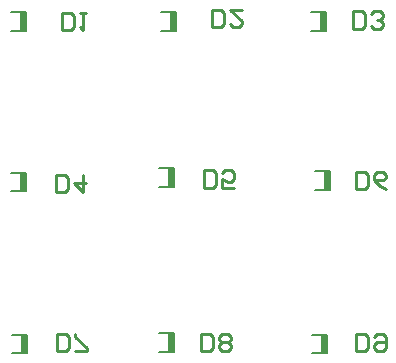
<source format=gbr>
%TF.GenerationSoftware,Altium Limited,Altium Designer,24.6.1 (21)*%
G04 Layer_Color=32896*
%FSLAX45Y45*%
%MOMM*%
%TF.SameCoordinates,480F301F-7D1D-4A69-AD55-030AC2FBA8A7*%
%TF.FilePolarity,Positive*%
%TF.FileFunction,Legend,Bot*%
%TF.Part,Single*%
G01*
G75*
%TA.AperFunction,NonConductor*%
%ADD22C,0.20000*%
%ADD23C,0.25400*%
%ADD24R,0.50800X1.58699*%
D22*
X6642100Y9028400D02*
X6769100D01*
X6642100Y9183400D02*
X6769100D01*
Y9028400D02*
Y9183400D01*
X6680200Y7682200D02*
X6807200D01*
X6680200Y7837200D02*
X6807200D01*
Y7682200D02*
Y7837200D01*
X5372100Y9028400D02*
X5499100D01*
X5372100Y9183400D02*
X5499100D01*
Y9028400D02*
Y9183400D01*
X4102100Y7669500D02*
X4229100D01*
X4102100Y7824500D02*
X4229100D01*
Y7669500D02*
Y7824500D01*
X5359400Y7707600D02*
X5486400D01*
X5359400Y7862600D02*
X5486400D01*
Y7707600D02*
Y7862600D01*
X5359400Y6310600D02*
X5486400D01*
X5359400Y6465600D02*
X5486400D01*
Y6310600D02*
Y6465600D01*
X4102100Y9028400D02*
X4229100D01*
X4102100Y9183400D02*
X4229100D01*
Y9028400D02*
Y9183400D01*
X4114800Y6297900D02*
X4241800D01*
X4114800Y6452900D02*
X4241800D01*
Y6297900D02*
Y6452900D01*
X6654800Y6297900D02*
X6781800D01*
X6654800Y6452900D02*
X6781800D01*
Y6297900D02*
Y6452900D01*
D23*
X6997741Y9042424D02*
Y9194775D01*
X7073917D01*
X7099308Y9169383D01*
Y9067816D01*
X7073917Y9042424D01*
X6997741D01*
X7150092Y9067816D02*
X7175484Y9042424D01*
X7226267D01*
X7251659Y9067816D01*
Y9093208D01*
X7226267Y9118599D01*
X7200875D01*
X7226267D01*
X7251659Y9143991D01*
Y9169383D01*
X7226267Y9194775D01*
X7175484D01*
X7150092Y9169383D01*
X7023141Y7683524D02*
Y7835875D01*
X7099317D01*
X7124708Y7810483D01*
Y7708916D01*
X7099317Y7683524D01*
X7023141D01*
X7277059D02*
X7226275Y7708916D01*
X7175492Y7759699D01*
Y7810483D01*
X7200884Y7835875D01*
X7251667D01*
X7277059Y7810483D01*
Y7785091D01*
X7251667Y7759699D01*
X7175492D01*
X5803941Y9055124D02*
Y9207475D01*
X5880117D01*
X5905508Y9182083D01*
Y9080516D01*
X5880117Y9055124D01*
X5803941D01*
X6057859Y9207475D02*
X5956292D01*
X6057859Y9105908D01*
Y9080516D01*
X6032467Y9055124D01*
X5981684D01*
X5956292Y9080516D01*
X4483141Y7658124D02*
Y7810475D01*
X4559317D01*
X4584708Y7785083D01*
Y7683516D01*
X4559317Y7658124D01*
X4483141D01*
X4711667Y7810475D02*
Y7658124D01*
X4635492Y7734299D01*
X4737059D01*
X5740441Y7696224D02*
Y7848575D01*
X5816617D01*
X5842008Y7823183D01*
Y7721616D01*
X5816617Y7696224D01*
X5740441D01*
X5994359D02*
X5892792D01*
Y7772399D01*
X5943575Y7747008D01*
X5968967D01*
X5994359Y7772399D01*
Y7823183D01*
X5968967Y7848575D01*
X5918184D01*
X5892792Y7823183D01*
X5715041Y6311924D02*
Y6464275D01*
X5791217D01*
X5816608Y6438883D01*
Y6337316D01*
X5791217Y6311924D01*
X5715041D01*
X5867392Y6337316D02*
X5892784Y6311924D01*
X5943567D01*
X5968959Y6337316D01*
Y6362708D01*
X5943567Y6388099D01*
X5968959Y6413491D01*
Y6438883D01*
X5943567Y6464275D01*
X5892784D01*
X5867392Y6438883D01*
Y6413491D01*
X5892784Y6388099D01*
X5867392Y6362708D01*
Y6337316D01*
X5892784Y6388099D02*
X5943567D01*
X4533933Y9029724D02*
Y9182075D01*
X4610108D01*
X4635500Y9156683D01*
Y9055116D01*
X4610108Y9029724D01*
X4533933D01*
X4686284Y9182075D02*
X4737067D01*
X4711676D01*
Y9029724D01*
X4686284Y9055116D01*
X4495841Y6311924D02*
Y6464275D01*
X4572017D01*
X4597408Y6438883D01*
Y6337316D01*
X4572017Y6311924D01*
X4495841D01*
X4648192D02*
X4749759D01*
Y6337316D01*
X4648192Y6438883D01*
Y6464275D01*
X7023141Y6311924D02*
Y6464275D01*
X7099317D01*
X7124708Y6438883D01*
Y6337316D01*
X7099317Y6311924D01*
X7023141D01*
X7175492Y6438883D02*
X7200884Y6464275D01*
X7251667D01*
X7277059Y6438883D01*
Y6337316D01*
X7251667Y6311924D01*
X7200884D01*
X7175492Y6337316D01*
Y6362708D01*
X7200884Y6388099D01*
X7277059D01*
D24*
X6743700Y9109050D02*
D03*
X6781800Y7762850D02*
D03*
X5473700Y9109050D02*
D03*
X4203700Y7750150D02*
D03*
X5461000Y7788250D02*
D03*
Y6391250D02*
D03*
X4203700Y9109050D02*
D03*
X4216400Y6378550D02*
D03*
X6756400D02*
D03*
%TF.MD5,a8821cd10528b39037fb3214401e3fe6*%
M02*

</source>
